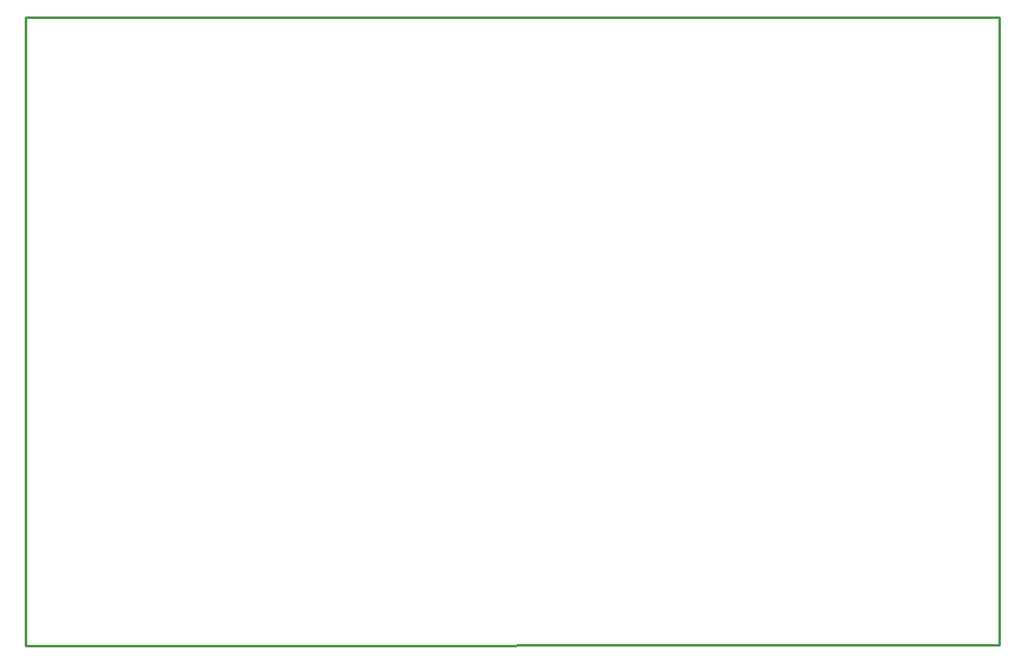
<source format=gko>
G04 Layer: BoardOutline*
G04 EasyEDA v6.4.25, 2022-01-21T19:56:56+01:00*
G04 Gerber Generator version 0.2*
G04 Scale: 100 percent, Rotated: No, Reflected: No *
G04 Dimensions in inches *
G04 leading zeros omitted , absolute positions ,3 integer and 6 decimal *
%FSLAX36Y36*%
%MOIN*%

%ADD10C,0.0100*%
D10*
X65000Y0D02*
G01*
X65000Y270000D01*
X4000000Y270000D01*
X4000000Y-2270000D01*
X65001Y-2275000D01*
X65000Y0D01*

%LPD*%
M02*

</source>
